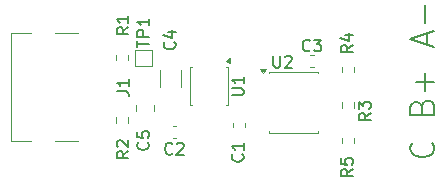
<source format=gbr>
%TF.GenerationSoftware,KiCad,Pcbnew,9.0.6*%
%TF.CreationDate,2025-11-24T21:34:53-08:00*%
%TF.ProjectId,rs485_adapter,72733438-355f-4616-9461-707465722e6b,A*%
%TF.SameCoordinates,Original*%
%TF.FileFunction,Legend,Top*%
%TF.FilePolarity,Positive*%
%FSLAX46Y46*%
G04 Gerber Fmt 4.6, Leading zero omitted, Abs format (unit mm)*
G04 Created by KiCad (PCBNEW 9.0.6) date 2025-11-24 21:34:53*
%MOMM*%
%LPD*%
G01*
G04 APERTURE LIST*
%ADD10C,0.200000*%
%ADD11C,0.150000*%
%ADD12C,0.120000*%
G04 APERTURE END LIST*
D10*
X176594361Y-106288095D02*
X176689600Y-106383333D01*
X176689600Y-106383333D02*
X176784838Y-106669047D01*
X176784838Y-106669047D02*
X176784838Y-106859523D01*
X176784838Y-106859523D02*
X176689600Y-107145238D01*
X176689600Y-107145238D02*
X176499123Y-107335714D01*
X176499123Y-107335714D02*
X176308647Y-107430952D01*
X176308647Y-107430952D02*
X175927695Y-107526190D01*
X175927695Y-107526190D02*
X175641980Y-107526190D01*
X175641980Y-107526190D02*
X175261028Y-107430952D01*
X175261028Y-107430952D02*
X175070552Y-107335714D01*
X175070552Y-107335714D02*
X174880076Y-107145238D01*
X174880076Y-107145238D02*
X174784838Y-106859523D01*
X174784838Y-106859523D02*
X174784838Y-106669047D01*
X174784838Y-106669047D02*
X174880076Y-106383333D01*
X174880076Y-106383333D02*
X174975314Y-106288095D01*
X175737219Y-103240475D02*
X175832457Y-102954761D01*
X175832457Y-102954761D02*
X175927695Y-102859523D01*
X175927695Y-102859523D02*
X176118171Y-102764285D01*
X176118171Y-102764285D02*
X176403885Y-102764285D01*
X176403885Y-102764285D02*
X176594361Y-102859523D01*
X176594361Y-102859523D02*
X176689600Y-102954761D01*
X176689600Y-102954761D02*
X176784838Y-103145237D01*
X176784838Y-103145237D02*
X176784838Y-103907142D01*
X176784838Y-103907142D02*
X174784838Y-103907142D01*
X174784838Y-103907142D02*
X174784838Y-103240475D01*
X174784838Y-103240475D02*
X174880076Y-103049999D01*
X174880076Y-103049999D02*
X174975314Y-102954761D01*
X174975314Y-102954761D02*
X175165790Y-102859523D01*
X175165790Y-102859523D02*
X175356266Y-102859523D01*
X175356266Y-102859523D02*
X175546742Y-102954761D01*
X175546742Y-102954761D02*
X175641980Y-103049999D01*
X175641980Y-103049999D02*
X175737219Y-103240475D01*
X175737219Y-103240475D02*
X175737219Y-103907142D01*
X176022933Y-101907142D02*
X176022933Y-100383333D01*
X176784838Y-101145237D02*
X175261028Y-101145237D01*
X176213409Y-98002380D02*
X176213409Y-97049999D01*
X176784838Y-98192856D02*
X174784838Y-97526190D01*
X174784838Y-97526190D02*
X176784838Y-96859523D01*
X176022933Y-96192856D02*
X176022933Y-94669047D01*
D11*
X151654819Y-98211904D02*
X151654819Y-97640476D01*
X152654819Y-97926190D02*
X151654819Y-97926190D01*
X152654819Y-97307142D02*
X151654819Y-97307142D01*
X151654819Y-97307142D02*
X151654819Y-96926190D01*
X151654819Y-96926190D02*
X151702438Y-96830952D01*
X151702438Y-96830952D02*
X151750057Y-96783333D01*
X151750057Y-96783333D02*
X151845295Y-96735714D01*
X151845295Y-96735714D02*
X151988152Y-96735714D01*
X151988152Y-96735714D02*
X152083390Y-96783333D01*
X152083390Y-96783333D02*
X152131009Y-96830952D01*
X152131009Y-96830952D02*
X152178628Y-96926190D01*
X152178628Y-96926190D02*
X152178628Y-97307142D01*
X152654819Y-95783333D02*
X152654819Y-96354761D01*
X152654819Y-96069047D02*
X151654819Y-96069047D01*
X151654819Y-96069047D02*
X151797676Y-96164285D01*
X151797676Y-96164285D02*
X151892914Y-96259523D01*
X151892914Y-96259523D02*
X151940533Y-96354761D01*
X166283333Y-98459580D02*
X166235714Y-98507200D01*
X166235714Y-98507200D02*
X166092857Y-98554819D01*
X166092857Y-98554819D02*
X165997619Y-98554819D01*
X165997619Y-98554819D02*
X165854762Y-98507200D01*
X165854762Y-98507200D02*
X165759524Y-98411961D01*
X165759524Y-98411961D02*
X165711905Y-98316723D01*
X165711905Y-98316723D02*
X165664286Y-98126247D01*
X165664286Y-98126247D02*
X165664286Y-97983390D01*
X165664286Y-97983390D02*
X165711905Y-97792914D01*
X165711905Y-97792914D02*
X165759524Y-97697676D01*
X165759524Y-97697676D02*
X165854762Y-97602438D01*
X165854762Y-97602438D02*
X165997619Y-97554819D01*
X165997619Y-97554819D02*
X166092857Y-97554819D01*
X166092857Y-97554819D02*
X166235714Y-97602438D01*
X166235714Y-97602438D02*
X166283333Y-97650057D01*
X166616667Y-97554819D02*
X167235714Y-97554819D01*
X167235714Y-97554819D02*
X166902381Y-97935771D01*
X166902381Y-97935771D02*
X167045238Y-97935771D01*
X167045238Y-97935771D02*
X167140476Y-97983390D01*
X167140476Y-97983390D02*
X167188095Y-98031009D01*
X167188095Y-98031009D02*
X167235714Y-98126247D01*
X167235714Y-98126247D02*
X167235714Y-98364342D01*
X167235714Y-98364342D02*
X167188095Y-98459580D01*
X167188095Y-98459580D02*
X167140476Y-98507200D01*
X167140476Y-98507200D02*
X167045238Y-98554819D01*
X167045238Y-98554819D02*
X166759524Y-98554819D01*
X166759524Y-98554819D02*
X166664286Y-98507200D01*
X166664286Y-98507200D02*
X166616667Y-98459580D01*
X159654819Y-102261904D02*
X160464342Y-102261904D01*
X160464342Y-102261904D02*
X160559580Y-102214285D01*
X160559580Y-102214285D02*
X160607200Y-102166666D01*
X160607200Y-102166666D02*
X160654819Y-102071428D01*
X160654819Y-102071428D02*
X160654819Y-101880952D01*
X160654819Y-101880952D02*
X160607200Y-101785714D01*
X160607200Y-101785714D02*
X160559580Y-101738095D01*
X160559580Y-101738095D02*
X160464342Y-101690476D01*
X160464342Y-101690476D02*
X159654819Y-101690476D01*
X160654819Y-100690476D02*
X160654819Y-101261904D01*
X160654819Y-100976190D02*
X159654819Y-100976190D01*
X159654819Y-100976190D02*
X159797676Y-101071428D01*
X159797676Y-101071428D02*
X159892914Y-101166666D01*
X159892914Y-101166666D02*
X159940533Y-101261904D01*
X163188095Y-98924819D02*
X163188095Y-99734342D01*
X163188095Y-99734342D02*
X163235714Y-99829580D01*
X163235714Y-99829580D02*
X163283333Y-99877200D01*
X163283333Y-99877200D02*
X163378571Y-99924819D01*
X163378571Y-99924819D02*
X163569047Y-99924819D01*
X163569047Y-99924819D02*
X163664285Y-99877200D01*
X163664285Y-99877200D02*
X163711904Y-99829580D01*
X163711904Y-99829580D02*
X163759523Y-99734342D01*
X163759523Y-99734342D02*
X163759523Y-98924819D01*
X164188095Y-99020057D02*
X164235714Y-98972438D01*
X164235714Y-98972438D02*
X164330952Y-98924819D01*
X164330952Y-98924819D02*
X164569047Y-98924819D01*
X164569047Y-98924819D02*
X164664285Y-98972438D01*
X164664285Y-98972438D02*
X164711904Y-99020057D01*
X164711904Y-99020057D02*
X164759523Y-99115295D01*
X164759523Y-99115295D02*
X164759523Y-99210533D01*
X164759523Y-99210533D02*
X164711904Y-99353390D01*
X164711904Y-99353390D02*
X164140476Y-99924819D01*
X164140476Y-99924819D02*
X164759523Y-99924819D01*
X169904819Y-108516666D02*
X169428628Y-108849999D01*
X169904819Y-109088094D02*
X168904819Y-109088094D01*
X168904819Y-109088094D02*
X168904819Y-108707142D01*
X168904819Y-108707142D02*
X168952438Y-108611904D01*
X168952438Y-108611904D02*
X169000057Y-108564285D01*
X169000057Y-108564285D02*
X169095295Y-108516666D01*
X169095295Y-108516666D02*
X169238152Y-108516666D01*
X169238152Y-108516666D02*
X169333390Y-108564285D01*
X169333390Y-108564285D02*
X169381009Y-108611904D01*
X169381009Y-108611904D02*
X169428628Y-108707142D01*
X169428628Y-108707142D02*
X169428628Y-109088094D01*
X168904819Y-107611904D02*
X168904819Y-108088094D01*
X168904819Y-108088094D02*
X169381009Y-108135713D01*
X169381009Y-108135713D02*
X169333390Y-108088094D01*
X169333390Y-108088094D02*
X169285771Y-107992856D01*
X169285771Y-107992856D02*
X169285771Y-107754761D01*
X169285771Y-107754761D02*
X169333390Y-107659523D01*
X169333390Y-107659523D02*
X169381009Y-107611904D01*
X169381009Y-107611904D02*
X169476247Y-107564285D01*
X169476247Y-107564285D02*
X169714342Y-107564285D01*
X169714342Y-107564285D02*
X169809580Y-107611904D01*
X169809580Y-107611904D02*
X169857200Y-107659523D01*
X169857200Y-107659523D02*
X169904819Y-107754761D01*
X169904819Y-107754761D02*
X169904819Y-107992856D01*
X169904819Y-107992856D02*
X169857200Y-108088094D01*
X169857200Y-108088094D02*
X169809580Y-108135713D01*
X169904819Y-98016666D02*
X169428628Y-98349999D01*
X169904819Y-98588094D02*
X168904819Y-98588094D01*
X168904819Y-98588094D02*
X168904819Y-98207142D01*
X168904819Y-98207142D02*
X168952438Y-98111904D01*
X168952438Y-98111904D02*
X169000057Y-98064285D01*
X169000057Y-98064285D02*
X169095295Y-98016666D01*
X169095295Y-98016666D02*
X169238152Y-98016666D01*
X169238152Y-98016666D02*
X169333390Y-98064285D01*
X169333390Y-98064285D02*
X169381009Y-98111904D01*
X169381009Y-98111904D02*
X169428628Y-98207142D01*
X169428628Y-98207142D02*
X169428628Y-98588094D01*
X169238152Y-97159523D02*
X169904819Y-97159523D01*
X168857200Y-97397618D02*
X169571485Y-97635713D01*
X169571485Y-97635713D02*
X169571485Y-97016666D01*
X171404819Y-103766666D02*
X170928628Y-104099999D01*
X171404819Y-104338094D02*
X170404819Y-104338094D01*
X170404819Y-104338094D02*
X170404819Y-103957142D01*
X170404819Y-103957142D02*
X170452438Y-103861904D01*
X170452438Y-103861904D02*
X170500057Y-103814285D01*
X170500057Y-103814285D02*
X170595295Y-103766666D01*
X170595295Y-103766666D02*
X170738152Y-103766666D01*
X170738152Y-103766666D02*
X170833390Y-103814285D01*
X170833390Y-103814285D02*
X170881009Y-103861904D01*
X170881009Y-103861904D02*
X170928628Y-103957142D01*
X170928628Y-103957142D02*
X170928628Y-104338094D01*
X170404819Y-103433332D02*
X170404819Y-102814285D01*
X170404819Y-102814285D02*
X170785771Y-103147618D01*
X170785771Y-103147618D02*
X170785771Y-103004761D01*
X170785771Y-103004761D02*
X170833390Y-102909523D01*
X170833390Y-102909523D02*
X170881009Y-102861904D01*
X170881009Y-102861904D02*
X170976247Y-102814285D01*
X170976247Y-102814285D02*
X171214342Y-102814285D01*
X171214342Y-102814285D02*
X171309580Y-102861904D01*
X171309580Y-102861904D02*
X171357200Y-102909523D01*
X171357200Y-102909523D02*
X171404819Y-103004761D01*
X171404819Y-103004761D02*
X171404819Y-103290475D01*
X171404819Y-103290475D02*
X171357200Y-103385713D01*
X171357200Y-103385713D02*
X171309580Y-103433332D01*
X150904819Y-107016666D02*
X150428628Y-107349999D01*
X150904819Y-107588094D02*
X149904819Y-107588094D01*
X149904819Y-107588094D02*
X149904819Y-107207142D01*
X149904819Y-107207142D02*
X149952438Y-107111904D01*
X149952438Y-107111904D02*
X150000057Y-107064285D01*
X150000057Y-107064285D02*
X150095295Y-107016666D01*
X150095295Y-107016666D02*
X150238152Y-107016666D01*
X150238152Y-107016666D02*
X150333390Y-107064285D01*
X150333390Y-107064285D02*
X150381009Y-107111904D01*
X150381009Y-107111904D02*
X150428628Y-107207142D01*
X150428628Y-107207142D02*
X150428628Y-107588094D01*
X150000057Y-106635713D02*
X149952438Y-106588094D01*
X149952438Y-106588094D02*
X149904819Y-106492856D01*
X149904819Y-106492856D02*
X149904819Y-106254761D01*
X149904819Y-106254761D02*
X149952438Y-106159523D01*
X149952438Y-106159523D02*
X150000057Y-106111904D01*
X150000057Y-106111904D02*
X150095295Y-106064285D01*
X150095295Y-106064285D02*
X150190533Y-106064285D01*
X150190533Y-106064285D02*
X150333390Y-106111904D01*
X150333390Y-106111904D02*
X150904819Y-106683332D01*
X150904819Y-106683332D02*
X150904819Y-106064285D01*
X150904819Y-96516666D02*
X150428628Y-96849999D01*
X150904819Y-97088094D02*
X149904819Y-97088094D01*
X149904819Y-97088094D02*
X149904819Y-96707142D01*
X149904819Y-96707142D02*
X149952438Y-96611904D01*
X149952438Y-96611904D02*
X150000057Y-96564285D01*
X150000057Y-96564285D02*
X150095295Y-96516666D01*
X150095295Y-96516666D02*
X150238152Y-96516666D01*
X150238152Y-96516666D02*
X150333390Y-96564285D01*
X150333390Y-96564285D02*
X150381009Y-96611904D01*
X150381009Y-96611904D02*
X150428628Y-96707142D01*
X150428628Y-96707142D02*
X150428628Y-97088094D01*
X150904819Y-95564285D02*
X150904819Y-96135713D01*
X150904819Y-95849999D02*
X149904819Y-95849999D01*
X149904819Y-95849999D02*
X150047676Y-95945237D01*
X150047676Y-95945237D02*
X150142914Y-96040475D01*
X150142914Y-96040475D02*
X150190533Y-96135713D01*
X149949819Y-101933333D02*
X150664104Y-101933333D01*
X150664104Y-101933333D02*
X150806961Y-101980952D01*
X150806961Y-101980952D02*
X150902200Y-102076190D01*
X150902200Y-102076190D02*
X150949819Y-102219047D01*
X150949819Y-102219047D02*
X150949819Y-102314285D01*
X150949819Y-100933333D02*
X150949819Y-101504761D01*
X150949819Y-101219047D02*
X149949819Y-101219047D01*
X149949819Y-101219047D02*
X150092676Y-101314285D01*
X150092676Y-101314285D02*
X150187914Y-101409523D01*
X150187914Y-101409523D02*
X150235533Y-101504761D01*
X152559580Y-106266666D02*
X152607200Y-106314285D01*
X152607200Y-106314285D02*
X152654819Y-106457142D01*
X152654819Y-106457142D02*
X152654819Y-106552380D01*
X152654819Y-106552380D02*
X152607200Y-106695237D01*
X152607200Y-106695237D02*
X152511961Y-106790475D01*
X152511961Y-106790475D02*
X152416723Y-106838094D01*
X152416723Y-106838094D02*
X152226247Y-106885713D01*
X152226247Y-106885713D02*
X152083390Y-106885713D01*
X152083390Y-106885713D02*
X151892914Y-106838094D01*
X151892914Y-106838094D02*
X151797676Y-106790475D01*
X151797676Y-106790475D02*
X151702438Y-106695237D01*
X151702438Y-106695237D02*
X151654819Y-106552380D01*
X151654819Y-106552380D02*
X151654819Y-106457142D01*
X151654819Y-106457142D02*
X151702438Y-106314285D01*
X151702438Y-106314285D02*
X151750057Y-106266666D01*
X151654819Y-105361904D02*
X151654819Y-105838094D01*
X151654819Y-105838094D02*
X152131009Y-105885713D01*
X152131009Y-105885713D02*
X152083390Y-105838094D01*
X152083390Y-105838094D02*
X152035771Y-105742856D01*
X152035771Y-105742856D02*
X152035771Y-105504761D01*
X152035771Y-105504761D02*
X152083390Y-105409523D01*
X152083390Y-105409523D02*
X152131009Y-105361904D01*
X152131009Y-105361904D02*
X152226247Y-105314285D01*
X152226247Y-105314285D02*
X152464342Y-105314285D01*
X152464342Y-105314285D02*
X152559580Y-105361904D01*
X152559580Y-105361904D02*
X152607200Y-105409523D01*
X152607200Y-105409523D02*
X152654819Y-105504761D01*
X152654819Y-105504761D02*
X152654819Y-105742856D01*
X152654819Y-105742856D02*
X152607200Y-105838094D01*
X152607200Y-105838094D02*
X152559580Y-105885713D01*
X154809580Y-97766666D02*
X154857200Y-97814285D01*
X154857200Y-97814285D02*
X154904819Y-97957142D01*
X154904819Y-97957142D02*
X154904819Y-98052380D01*
X154904819Y-98052380D02*
X154857200Y-98195237D01*
X154857200Y-98195237D02*
X154761961Y-98290475D01*
X154761961Y-98290475D02*
X154666723Y-98338094D01*
X154666723Y-98338094D02*
X154476247Y-98385713D01*
X154476247Y-98385713D02*
X154333390Y-98385713D01*
X154333390Y-98385713D02*
X154142914Y-98338094D01*
X154142914Y-98338094D02*
X154047676Y-98290475D01*
X154047676Y-98290475D02*
X153952438Y-98195237D01*
X153952438Y-98195237D02*
X153904819Y-98052380D01*
X153904819Y-98052380D02*
X153904819Y-97957142D01*
X153904819Y-97957142D02*
X153952438Y-97814285D01*
X153952438Y-97814285D02*
X154000057Y-97766666D01*
X154238152Y-96909523D02*
X154904819Y-96909523D01*
X153857200Y-97147618D02*
X154571485Y-97385713D01*
X154571485Y-97385713D02*
X154571485Y-96766666D01*
X154633333Y-107199580D02*
X154585714Y-107247200D01*
X154585714Y-107247200D02*
X154442857Y-107294819D01*
X154442857Y-107294819D02*
X154347619Y-107294819D01*
X154347619Y-107294819D02*
X154204762Y-107247200D01*
X154204762Y-107247200D02*
X154109524Y-107151961D01*
X154109524Y-107151961D02*
X154061905Y-107056723D01*
X154061905Y-107056723D02*
X154014286Y-106866247D01*
X154014286Y-106866247D02*
X154014286Y-106723390D01*
X154014286Y-106723390D02*
X154061905Y-106532914D01*
X154061905Y-106532914D02*
X154109524Y-106437676D01*
X154109524Y-106437676D02*
X154204762Y-106342438D01*
X154204762Y-106342438D02*
X154347619Y-106294819D01*
X154347619Y-106294819D02*
X154442857Y-106294819D01*
X154442857Y-106294819D02*
X154585714Y-106342438D01*
X154585714Y-106342438D02*
X154633333Y-106390057D01*
X155014286Y-106390057D02*
X155061905Y-106342438D01*
X155061905Y-106342438D02*
X155157143Y-106294819D01*
X155157143Y-106294819D02*
X155395238Y-106294819D01*
X155395238Y-106294819D02*
X155490476Y-106342438D01*
X155490476Y-106342438D02*
X155538095Y-106390057D01*
X155538095Y-106390057D02*
X155585714Y-106485295D01*
X155585714Y-106485295D02*
X155585714Y-106580533D01*
X155585714Y-106580533D02*
X155538095Y-106723390D01*
X155538095Y-106723390D02*
X154966667Y-107294819D01*
X154966667Y-107294819D02*
X155585714Y-107294819D01*
X160559580Y-107266666D02*
X160607200Y-107314285D01*
X160607200Y-107314285D02*
X160654819Y-107457142D01*
X160654819Y-107457142D02*
X160654819Y-107552380D01*
X160654819Y-107552380D02*
X160607200Y-107695237D01*
X160607200Y-107695237D02*
X160511961Y-107790475D01*
X160511961Y-107790475D02*
X160416723Y-107838094D01*
X160416723Y-107838094D02*
X160226247Y-107885713D01*
X160226247Y-107885713D02*
X160083390Y-107885713D01*
X160083390Y-107885713D02*
X159892914Y-107838094D01*
X159892914Y-107838094D02*
X159797676Y-107790475D01*
X159797676Y-107790475D02*
X159702438Y-107695237D01*
X159702438Y-107695237D02*
X159654819Y-107552380D01*
X159654819Y-107552380D02*
X159654819Y-107457142D01*
X159654819Y-107457142D02*
X159702438Y-107314285D01*
X159702438Y-107314285D02*
X159750057Y-107266666D01*
X160654819Y-106314285D02*
X160654819Y-106885713D01*
X160654819Y-106599999D02*
X159654819Y-106599999D01*
X159654819Y-106599999D02*
X159797676Y-106695237D01*
X159797676Y-106695237D02*
X159892914Y-106790475D01*
X159892914Y-106790475D02*
X159940533Y-106885713D01*
D12*
%TO.C,TP1*%
X151500000Y-98400000D02*
X152900000Y-98400000D01*
X151500000Y-99800000D02*
X151500000Y-98400000D01*
X152900000Y-98400000D02*
X152900000Y-99800000D01*
X152900000Y-99800000D02*
X151500000Y-99800000D01*
%TO.C,C3*%
X166590580Y-99860000D02*
X166309420Y-99860000D01*
X166590580Y-98840000D02*
X166309420Y-98840000D01*
%TO.C,U1*%
X159360000Y-99890000D02*
X159360000Y-103110000D01*
X159185000Y-99890000D02*
X159360000Y-99890000D01*
X156140000Y-99890000D02*
X156315000Y-99890000D01*
X159360000Y-103110000D02*
X159185000Y-103110000D01*
X156315000Y-103110000D02*
X156140000Y-103110000D01*
X156140000Y-103110000D02*
X156140000Y-99890000D01*
X159520000Y-99580000D02*
X159190000Y-99340000D01*
X159520000Y-99100000D01*
X159520000Y-99580000D01*
G36*
X159520000Y-99580000D02*
G01*
X159190000Y-99340000D01*
X159520000Y-99100000D01*
X159520000Y-99580000D01*
G37*
%TO.C,U2*%
X162820000Y-100310000D02*
X166940000Y-100310000D01*
X162820000Y-100405000D02*
X162820000Y-100310000D01*
X162820000Y-105430000D02*
X162820000Y-105335000D01*
X166940000Y-100310000D02*
X166940000Y-100405000D01*
X166940000Y-105335000D02*
X166940000Y-105430000D01*
X166940000Y-105430000D02*
X162820000Y-105430000D01*
X162280000Y-100400000D02*
X162040000Y-100070000D01*
X162520000Y-100070000D01*
X162280000Y-100400000D01*
G36*
X162280000Y-100400000D02*
G01*
X162040000Y-100070000D01*
X162520000Y-100070000D01*
X162280000Y-100400000D01*
G37*
%TO.C,R5*%
X170022500Y-105862742D02*
X170022500Y-106337258D01*
X168977500Y-105862742D02*
X168977500Y-106337258D01*
%TO.C,R4*%
X170022500Y-99862742D02*
X170022500Y-100337258D01*
X168977500Y-99862742D02*
X168977500Y-100337258D01*
%TO.C,R3*%
X168977500Y-103337258D02*
X168977500Y-102862742D01*
X170022500Y-103337258D02*
X170022500Y-102862742D01*
%TO.C,R2*%
X150890500Y-104112742D02*
X150890500Y-104587258D01*
X149845500Y-104112742D02*
X149845500Y-104587258D01*
%TO.C,R1*%
X149845500Y-99297258D02*
X149845500Y-98822742D01*
X150890500Y-99297258D02*
X150890500Y-98822742D01*
%TO.C,J1*%
X146630000Y-97020000D02*
X144710000Y-97020000D01*
X140995000Y-97020000D02*
X142700000Y-97020000D01*
X144710000Y-106180000D02*
X146630000Y-106180000D01*
X142700000Y-106180000D02*
X140995000Y-106180000D01*
X140995000Y-106180000D02*
X140995000Y-97020000D01*
%TO.C,C5*%
X153035000Y-103088748D02*
X153035000Y-103611252D01*
X151565000Y-103088748D02*
X151565000Y-103611252D01*
%TO.C,C4*%
X155360000Y-101561252D02*
X155360000Y-100138748D01*
X153540000Y-101561252D02*
X153540000Y-100138748D01*
%TO.C,C2*%
X154940580Y-105920000D02*
X154659420Y-105920000D01*
X154940580Y-104900000D02*
X154659420Y-104900000D01*
%TO.C,C1*%
X159740000Y-104634420D02*
X159740000Y-104915580D01*
X160760000Y-104634420D02*
X160760000Y-104915580D01*
%TD*%
M02*

</source>
